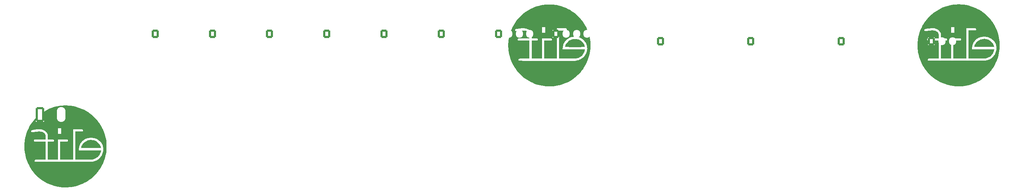
<source format=gbo>
G04 #@! TF.GenerationSoftware,KiCad,Pcbnew,7.0.2*
G04 #@! TF.CreationDate,2023-11-30T17:18:32+01:00*
G04 #@! TF.ProjectId,mhk,6d686b2e-6b69-4636-9164-5f7063625858,rev?*
G04 #@! TF.SameCoordinates,Original*
G04 #@! TF.FileFunction,Legend,Bot*
G04 #@! TF.FilePolarity,Positive*
%FSLAX46Y46*%
G04 Gerber Fmt 4.6, Leading zero omitted, Abs format (unit mm)*
G04 Created by KiCad (PCBNEW 7.0.2) date 2023-11-30 17:18:32*
%MOMM*%
%LPD*%
G01*
G04 APERTURE LIST*
G04 Aperture macros list*
%AMRoundRect*
0 Rectangle with rounded corners*
0 $1 Rounding radius*
0 $2 $3 $4 $5 $6 $7 $8 $9 X,Y pos of 4 corners*
0 Add a 4 corners polygon primitive as box body*
4,1,4,$2,$3,$4,$5,$6,$7,$8,$9,$2,$3,0*
0 Add four circle primitives for the rounded corners*
1,1,$1+$1,$2,$3*
1,1,$1+$1,$4,$5*
1,1,$1+$1,$6,$7*
1,1,$1+$1,$8,$9*
0 Add four rect primitives between the rounded corners*
20,1,$1+$1,$2,$3,$4,$5,0*
20,1,$1+$1,$4,$5,$6,$7,0*
20,1,$1+$1,$6,$7,$8,$9,0*
20,1,$1+$1,$8,$9,$2,$3,0*%
G04 Aperture macros list end*
%ADD10RoundRect,0.250000X-0.600000X-0.725000X0.600000X-0.725000X0.600000X0.725000X-0.600000X0.725000X0*%
%ADD11O,1.700000X1.950000*%
%ADD12C,3.200000*%
%ADD13RoundRect,0.249999X-1.550001X0.790001X-1.550001X-0.790001X1.550001X-0.790001X1.550001X0.790001X0*%
%ADD14O,3.600000X2.080000*%
%ADD15RoundRect,0.250000X-0.725000X0.600000X-0.725000X-0.600000X0.725000X-0.600000X0.725000X0.600000X0*%
%ADD16O,1.950000X1.700000*%
%ADD17R,1.700000X1.700000*%
%ADD18O,1.700000X1.700000*%
%ADD19RoundRect,0.249999X-0.790001X-1.550001X0.790001X-1.550001X0.790001X1.550001X-0.790001X1.550001X0*%
%ADD20O,2.080000X3.600000*%
G04 APERTURE END LIST*
G36*
X244232790Y-110471137D02*
G01*
X244451820Y-110486051D01*
X244656409Y-110516488D01*
X244851242Y-110563464D01*
X245041007Y-110627993D01*
X245230390Y-110711093D01*
X245277224Y-110734463D01*
X245490838Y-110857780D01*
X245687261Y-110999879D01*
X245865807Y-111160018D01*
X246025793Y-111337454D01*
X246166533Y-111531446D01*
X246287344Y-111741250D01*
X246387540Y-111966125D01*
X246399588Y-111999142D01*
X246419002Y-112057611D01*
X246439637Y-112124479D01*
X246459960Y-112194280D01*
X246478436Y-112261548D01*
X246493532Y-112320817D01*
X246503714Y-112366621D01*
X246507449Y-112393493D01*
X246507360Y-112393942D01*
X246503764Y-112396169D01*
X246494157Y-112398208D01*
X246477503Y-112400068D01*
X246452768Y-112401755D01*
X246418918Y-112403279D01*
X246374918Y-112404647D01*
X246319733Y-112405867D01*
X246252329Y-112406947D01*
X246171671Y-112407895D01*
X246076724Y-112408719D01*
X245966454Y-112409426D01*
X245839826Y-112410026D01*
X245695806Y-112410525D01*
X245533359Y-112410931D01*
X245351449Y-112411254D01*
X245149044Y-112411500D01*
X244925107Y-112411677D01*
X244678605Y-112411794D01*
X244408502Y-112411859D01*
X244113765Y-112411878D01*
X243900137Y-112411852D01*
X243660255Y-112411759D01*
X243428427Y-112411603D01*
X243205911Y-112411386D01*
X242993966Y-112411112D01*
X242793849Y-112410784D01*
X242606820Y-112410407D01*
X242434136Y-112409983D01*
X242277055Y-112409516D01*
X242136836Y-112409009D01*
X242014737Y-112408465D01*
X241912016Y-112407889D01*
X241829932Y-112407283D01*
X241769743Y-112406652D01*
X241732706Y-112405998D01*
X241720081Y-112405325D01*
X241723127Y-112383054D01*
X241731993Y-112341096D01*
X241745182Y-112285962D01*
X241761186Y-112223529D01*
X241778494Y-112159674D01*
X241795599Y-112100274D01*
X241810991Y-112051205D01*
X241815469Y-112037953D01*
X241904858Y-111815006D01*
X242016302Y-111605116D01*
X242149497Y-111408733D01*
X242304139Y-111226308D01*
X242479926Y-111058291D01*
X242550213Y-110999571D01*
X242746132Y-110855503D01*
X242948770Y-110735077D01*
X243159586Y-110637767D01*
X243380035Y-110563048D01*
X243611577Y-110510394D01*
X243855668Y-110479280D01*
X244113765Y-110469181D01*
X244232790Y-110471137D01*
G37*
G36*
X246910660Y-107833486D02*
G01*
X247109682Y-108285774D01*
X247285084Y-108747573D01*
X247436993Y-109219243D01*
X247565537Y-109701146D01*
X247670841Y-110193644D01*
X247753033Y-110697097D01*
X247812239Y-111211867D01*
X247817175Y-111273812D01*
X247823761Y-111389179D01*
X247828939Y-111522962D01*
X247832711Y-111670756D01*
X247835076Y-111828158D01*
X247836035Y-111990762D01*
X247835586Y-112154164D01*
X247833730Y-112313958D01*
X247830468Y-112465741D01*
X247825798Y-112605107D01*
X247819722Y-112727651D01*
X247819171Y-112735111D01*
X247812239Y-112828969D01*
X247812119Y-112830281D01*
X247752867Y-113344943D01*
X247670639Y-113848275D01*
X247565303Y-114340648D01*
X247436730Y-114822435D01*
X247284787Y-115294009D01*
X247109345Y-115755742D01*
X246910272Y-116208008D01*
X246687439Y-116651178D01*
X246440714Y-117085625D01*
X246169968Y-117511723D01*
X246119148Y-117586792D01*
X245831037Y-117985801D01*
X245522948Y-118369918D01*
X245195954Y-118738238D01*
X244851126Y-119089856D01*
X244489539Y-119423867D01*
X244112264Y-119739365D01*
X243720374Y-120035445D01*
X243314942Y-120311202D01*
X242897040Y-120565730D01*
X242467740Y-120798125D01*
X242028116Y-121007481D01*
X241982659Y-121027568D01*
X241557198Y-121203988D01*
X241133142Y-121358421D01*
X240707549Y-121491570D01*
X240277481Y-121604140D01*
X239839995Y-121696834D01*
X239392152Y-121770356D01*
X238931012Y-121825408D01*
X238453634Y-121862695D01*
X238433026Y-121863746D01*
X238363651Y-121865991D01*
X238275195Y-121867549D01*
X238172410Y-121868444D01*
X238060045Y-121868698D01*
X237942852Y-121868333D01*
X237825581Y-121867371D01*
X237712984Y-121865834D01*
X237609810Y-121863746D01*
X237520811Y-121861127D01*
X237450737Y-121858000D01*
X237200533Y-121840599D01*
X236712564Y-121788747D01*
X236230662Y-121713806D01*
X235758333Y-121616277D01*
X235423205Y-121532014D01*
X234946956Y-121390448D01*
X234481494Y-121226235D01*
X234027431Y-121040023D01*
X233585380Y-120832461D01*
X233155953Y-120604197D01*
X232739762Y-120355882D01*
X232337420Y-120088163D01*
X231949539Y-119801689D01*
X231576731Y-119497111D01*
X231219610Y-119175076D01*
X230878787Y-118836233D01*
X230554875Y-118481232D01*
X230248486Y-118110722D01*
X229960234Y-117725351D01*
X229690729Y-117325768D01*
X229440585Y-116912622D01*
X229210414Y-116486562D01*
X229000828Y-116048238D01*
X228812441Y-115598297D01*
X228645863Y-115137390D01*
X228501708Y-114666164D01*
X228380589Y-114185270D01*
X228283117Y-113695355D01*
X228253699Y-113519000D01*
X228225800Y-113334348D01*
X228202916Y-113158857D01*
X228184645Y-112987565D01*
X228170590Y-112815510D01*
X228160353Y-112637729D01*
X228153534Y-112449262D01*
X228149735Y-112245145D01*
X228148557Y-112020418D01*
X228148652Y-111932767D01*
X228149538Y-111769546D01*
X228151562Y-111625298D01*
X228154976Y-111495525D01*
X228160033Y-111375732D01*
X228166984Y-111261421D01*
X228176083Y-111148096D01*
X228187582Y-111031260D01*
X228201733Y-110906416D01*
X228218789Y-110769067D01*
X228255867Y-110508215D01*
X228344336Y-110022694D01*
X228457318Y-109540989D01*
X228594204Y-109064954D01*
X228754389Y-108596444D01*
X228869058Y-108308555D01*
X229770791Y-108308555D01*
X229772165Y-108383855D01*
X229794153Y-108453412D01*
X229834959Y-108513194D01*
X229892786Y-108559166D01*
X229965838Y-108587294D01*
X229981323Y-108590383D01*
X230005809Y-108593425D01*
X230034709Y-108594269D01*
X230071518Y-108592643D01*
X230119730Y-108588274D01*
X230182839Y-108580891D01*
X230264342Y-108570221D01*
X230367732Y-108555992D01*
X230470725Y-108541889D01*
X230758736Y-108505465D01*
X231023462Y-108476804D01*
X231265778Y-108455876D01*
X231486558Y-108442652D01*
X231686676Y-108437103D01*
X231867007Y-108439199D01*
X232028424Y-108448911D01*
X232171802Y-108466209D01*
X232298016Y-108491065D01*
X232353179Y-108505535D01*
X232524954Y-108565840D01*
X232681228Y-108645006D01*
X232820855Y-108742148D01*
X232942693Y-108856383D01*
X233045597Y-108986827D01*
X233128423Y-109132596D01*
X233134427Y-109145376D01*
X233156762Y-109195269D01*
X233175042Y-109242085D01*
X233189668Y-109289018D01*
X233201043Y-109339260D01*
X233209567Y-109396006D01*
X233215641Y-109462449D01*
X233219667Y-109541783D01*
X233222045Y-109637202D01*
X233223178Y-109751900D01*
X233223467Y-109889069D01*
X233223467Y-110332172D01*
X231916518Y-110335618D01*
X230609568Y-110339064D01*
X230547569Y-110377568D01*
X230515497Y-110400883D01*
X230466197Y-110457149D01*
X230436878Y-110522281D01*
X230427229Y-110591839D01*
X230436938Y-110661383D01*
X230465691Y-110726473D01*
X230513176Y-110782668D01*
X230579081Y-110825530D01*
X230581451Y-110826622D01*
X230591284Y-110830886D01*
X230602087Y-110834658D01*
X230615406Y-110837975D01*
X230632783Y-110840869D01*
X230655763Y-110843378D01*
X230685888Y-110845534D01*
X230724702Y-110847372D01*
X230773749Y-110848929D01*
X230834574Y-110850237D01*
X230908718Y-110851333D01*
X230997727Y-110852250D01*
X231103143Y-110853025D01*
X231226510Y-110853690D01*
X231369372Y-110854281D01*
X231533273Y-110854834D01*
X231719756Y-110855381D01*
X231930364Y-110855960D01*
X233223467Y-110859465D01*
X233223467Y-113028244D01*
X233223467Y-115197022D01*
X232033042Y-115197336D01*
X231861984Y-115197464D01*
X231651855Y-115197883D01*
X231463080Y-115198583D01*
X231296197Y-115199557D01*
X231151748Y-115200799D01*
X231030270Y-115202303D01*
X230932303Y-115204064D01*
X230858386Y-115206076D01*
X230809059Y-115208333D01*
X230784862Y-115210829D01*
X230749128Y-115221271D01*
X230678703Y-115258699D01*
X230625276Y-115312687D01*
X230591369Y-115380194D01*
X230579505Y-115458182D01*
X230586458Y-115521713D01*
X230615383Y-115591723D01*
X230666610Y-115649146D01*
X230739940Y-115693688D01*
X230743217Y-115694998D01*
X230748856Y-115696651D01*
X230756585Y-115698220D01*
X230767060Y-115699705D01*
X230780935Y-115701110D01*
X230798865Y-115702438D01*
X230821506Y-115703689D01*
X230849513Y-115704867D01*
X230883540Y-115705974D01*
X230924242Y-115707012D01*
X230972274Y-115707984D01*
X231028292Y-115708891D01*
X231092949Y-115709738D01*
X231166903Y-115710525D01*
X231250806Y-115711255D01*
X231345314Y-115711930D01*
X231451083Y-115712554D01*
X231568766Y-115713127D01*
X231699020Y-115713653D01*
X231842499Y-115714134D01*
X231999858Y-115714572D01*
X232171752Y-115714970D01*
X232358835Y-115715329D01*
X232561764Y-115715653D01*
X232781193Y-115715944D01*
X233017776Y-115716203D01*
X233272170Y-115716434D01*
X233545028Y-115716638D01*
X233837006Y-115716819D01*
X234148759Y-115716978D01*
X234480941Y-115717118D01*
X234834209Y-115717241D01*
X235209216Y-115717349D01*
X235606617Y-115717445D01*
X236027068Y-115717532D01*
X236471224Y-115717611D01*
X236939740Y-115717685D01*
X237433270Y-115717756D01*
X237600145Y-115717778D01*
X238009938Y-115717821D01*
X238413189Y-115717847D01*
X238809134Y-115717858D01*
X239197007Y-115717853D01*
X239576042Y-115717832D01*
X239945476Y-115717797D01*
X240304543Y-115717747D01*
X240652477Y-115717684D01*
X240988514Y-115717606D01*
X241311888Y-115717515D01*
X241621835Y-115717411D01*
X241917589Y-115717294D01*
X242198384Y-115717165D01*
X242463457Y-115717024D01*
X242712042Y-115716872D01*
X242943374Y-115716708D01*
X243156687Y-115716534D01*
X243351216Y-115716349D01*
X243526198Y-115716154D01*
X243680865Y-115715949D01*
X243814453Y-115715735D01*
X243926198Y-115715512D01*
X244015334Y-115715280D01*
X244081095Y-115715040D01*
X244122717Y-115714792D01*
X244139435Y-115714537D01*
X244158383Y-115713265D01*
X244450614Y-115681045D01*
X244731445Y-115625924D01*
X245000713Y-115547977D01*
X245258251Y-115447276D01*
X245503893Y-115323894D01*
X245737474Y-115177904D01*
X245958828Y-115009381D01*
X246167789Y-114818397D01*
X246205893Y-114779831D01*
X246392002Y-114572612D01*
X246553952Y-114357712D01*
X246692374Y-114133880D01*
X246807900Y-113899864D01*
X246901161Y-113654414D01*
X246972790Y-113396279D01*
X247023418Y-113124208D01*
X247024984Y-113112612D01*
X247031754Y-113040083D01*
X247036492Y-112949337D01*
X247039245Y-112845853D01*
X247040055Y-112735111D01*
X247038966Y-112622589D01*
X247036023Y-112513765D01*
X247031269Y-112414120D01*
X247024750Y-112329131D01*
X247016507Y-112264278D01*
X246986495Y-112112701D01*
X246918187Y-111863708D01*
X246828016Y-111627046D01*
X246715408Y-111401623D01*
X246579789Y-111186346D01*
X246420586Y-110980126D01*
X246237223Y-110781870D01*
X246120679Y-110671748D01*
X245910179Y-110499727D01*
X245687776Y-110350419D01*
X245453624Y-110223883D01*
X245207873Y-110120180D01*
X244950675Y-110039370D01*
X244682182Y-109981514D01*
X244402545Y-109946673D01*
X244111916Y-109934906D01*
X243849542Y-109943937D01*
X243570639Y-109975312D01*
X243303601Y-110029075D01*
X243048738Y-110105149D01*
X242806356Y-110203454D01*
X242576766Y-110323913D01*
X242541746Y-110344979D01*
X242350812Y-110474610D01*
X242166175Y-110624315D01*
X241991707Y-110790169D01*
X241831282Y-110968249D01*
X241688776Y-111154634D01*
X241568060Y-111345398D01*
X241510396Y-111452211D01*
X241420035Y-111646292D01*
X241345404Y-111846924D01*
X241285629Y-112057402D01*
X241239835Y-112281019D01*
X241207145Y-112521069D01*
X241186686Y-112780847D01*
X241178188Y-112938043D01*
X243846027Y-112941282D01*
X246513866Y-112944521D01*
X246509849Y-112983025D01*
X246509794Y-112983551D01*
X246500353Y-113047846D01*
X246484359Y-113129552D01*
X246463448Y-113221826D01*
X246439261Y-113317826D01*
X246413434Y-113410707D01*
X246387607Y-113493628D01*
X246369136Y-113546978D01*
X246272519Y-113779899D01*
X246155121Y-113998724D01*
X246017982Y-114202412D01*
X245862140Y-114389919D01*
X245688636Y-114560203D01*
X245498507Y-114712221D01*
X245292793Y-114844929D01*
X245072533Y-114957284D01*
X244838766Y-115048245D01*
X244784986Y-115065607D01*
X244635086Y-115108038D01*
X244478688Y-115143123D01*
X244306287Y-115173091D01*
X244291761Y-115174775D01*
X244260526Y-115176953D01*
X244215529Y-115178965D01*
X244155856Y-115180819D01*
X244080589Y-115182524D01*
X243988812Y-115184089D01*
X243879611Y-115185524D01*
X243752068Y-115186837D01*
X243605268Y-115188038D01*
X243438295Y-115189136D01*
X243250232Y-115190141D01*
X243040164Y-115191060D01*
X242807175Y-115191904D01*
X242550348Y-115192681D01*
X242268768Y-115193400D01*
X240333927Y-115197963D01*
X240333927Y-111815532D01*
X240333927Y-108433101D01*
X241133770Y-108433101D01*
X241226055Y-108433098D01*
X241386959Y-108433006D01*
X241525140Y-108432656D01*
X241642546Y-108431872D01*
X241741122Y-108430482D01*
X241822815Y-108428310D01*
X241889570Y-108425182D01*
X241943334Y-108420924D01*
X241986053Y-108415361D01*
X242019673Y-108408320D01*
X242046140Y-108399625D01*
X242067401Y-108389104D01*
X242085401Y-108376580D01*
X242102087Y-108361881D01*
X242119405Y-108344832D01*
X242128856Y-108334902D01*
X242171836Y-108270096D01*
X242191829Y-108198781D01*
X242188891Y-108125053D01*
X242163079Y-108053008D01*
X242114450Y-107986741D01*
X242103912Y-107975834D01*
X242091195Y-107963468D01*
X242077692Y-107952677D01*
X242061742Y-107943351D01*
X242041689Y-107935386D01*
X242015872Y-107928673D01*
X241982632Y-107923106D01*
X241940312Y-107918576D01*
X241887252Y-107914979D01*
X241821793Y-107912205D01*
X241742277Y-107910149D01*
X241647044Y-107908703D01*
X241534436Y-107907759D01*
X241402794Y-107907212D01*
X241250459Y-107906954D01*
X241075772Y-107906877D01*
X240877075Y-107906876D01*
X239807701Y-107906876D01*
X239807701Y-111551949D01*
X239807701Y-115197022D01*
X238267530Y-115197022D01*
X236727358Y-115197022D01*
X236727358Y-113028391D01*
X236727358Y-110859761D01*
X237558409Y-110856108D01*
X237713159Y-110855438D01*
X237863731Y-110854718D01*
X237992320Y-110853865D01*
X238100870Y-110852710D01*
X238191329Y-110851082D01*
X238265643Y-110848814D01*
X238325757Y-110845734D01*
X238373618Y-110841673D01*
X238411171Y-110836463D01*
X238440363Y-110829933D01*
X238463139Y-110821914D01*
X238481447Y-110812236D01*
X238497231Y-110800730D01*
X238512438Y-110787227D01*
X238529014Y-110771556D01*
X238549117Y-110750215D01*
X238585893Y-110688373D01*
X238601987Y-110620314D01*
X238598624Y-110550611D01*
X238577031Y-110483837D01*
X238538434Y-110424564D01*
X238484058Y-110377365D01*
X238415129Y-110346813D01*
X238406826Y-110345328D01*
X238374103Y-110342634D01*
X238319406Y-110340276D01*
X238242273Y-110338250D01*
X238142242Y-110336548D01*
X238018851Y-110335167D01*
X237871640Y-110334098D01*
X237700145Y-110333338D01*
X237503906Y-110332880D01*
X237282461Y-110332718D01*
X236201132Y-110332646D01*
X236201132Y-112764834D01*
X236201132Y-115197022D01*
X234975412Y-115197022D01*
X233749692Y-115197022D01*
X233749692Y-113028508D01*
X233749692Y-110859993D01*
X234388222Y-110856224D01*
X234396546Y-110856174D01*
X234540989Y-110855253D01*
X234662145Y-110854292D01*
X234762278Y-110853204D01*
X234843650Y-110851900D01*
X234908526Y-110850292D01*
X234959168Y-110848292D01*
X234997840Y-110845810D01*
X235026805Y-110842760D01*
X235048327Y-110839053D01*
X235064667Y-110834599D01*
X235078090Y-110829313D01*
X235091008Y-110823155D01*
X235158973Y-110776269D01*
X235206524Y-110715525D01*
X235232162Y-110643482D01*
X235234385Y-110562699D01*
X235234356Y-110562453D01*
X235214442Y-110485208D01*
X235174192Y-110423160D01*
X235112269Y-110374246D01*
X235052421Y-110339064D01*
X234404265Y-110332646D01*
X233756110Y-110326229D01*
X233748717Y-109800003D01*
X233746860Y-109669939D01*
X233745166Y-109562642D01*
X233743450Y-109475310D01*
X233741528Y-109405091D01*
X233739215Y-109349135D01*
X233736326Y-109304589D01*
X233732675Y-109268603D01*
X233728078Y-109238324D01*
X233722350Y-109210901D01*
X233715306Y-109183483D01*
X233706760Y-109153218D01*
X233651256Y-108997831D01*
X236213967Y-108997831D01*
X236599010Y-108997831D01*
X236984053Y-108997831D01*
X236984053Y-108317588D01*
X236984053Y-107637346D01*
X236599010Y-107637346D01*
X236213967Y-107637346D01*
X236213967Y-108317588D01*
X236213967Y-108997831D01*
X233651256Y-108997831D01*
X233641188Y-108969646D01*
X233552650Y-108794892D01*
X233443106Y-108631763D01*
X233314128Y-108481707D01*
X233167287Y-108346175D01*
X233004154Y-108226615D01*
X232826300Y-108124476D01*
X232635297Y-108041207D01*
X232432716Y-107978257D01*
X232380100Y-107965925D01*
X232208280Y-107936066D01*
X232013940Y-107916353D01*
X231797867Y-107906774D01*
X231560850Y-107907316D01*
X231303674Y-107917967D01*
X231027127Y-107938714D01*
X230731997Y-107969544D01*
X230419071Y-108010446D01*
X230389137Y-108014750D01*
X230255156Y-108034972D01*
X230143874Y-108053850D01*
X230052901Y-108072171D01*
X229979848Y-108090723D01*
X229922327Y-108110291D01*
X229877950Y-108131664D01*
X229844328Y-108155627D01*
X229819072Y-108182968D01*
X229799793Y-108214474D01*
X229791827Y-108231547D01*
X229770791Y-108308555D01*
X228869058Y-108308555D01*
X228937265Y-108137315D01*
X229142225Y-107689420D01*
X229368663Y-107254615D01*
X229611835Y-106839784D01*
X229884960Y-106422523D01*
X230177301Y-106021433D01*
X230488114Y-105637039D01*
X230816653Y-105269870D01*
X231162172Y-104920454D01*
X231523927Y-104589318D01*
X231901171Y-104276990D01*
X232293160Y-103983997D01*
X232699148Y-103710868D01*
X233118390Y-103458130D01*
X233550140Y-103226311D01*
X233993652Y-103015938D01*
X234448182Y-102827539D01*
X234912984Y-102661642D01*
X235387312Y-102518775D01*
X235870422Y-102399464D01*
X236361567Y-102304239D01*
X236453099Y-102289170D01*
X236647224Y-102259461D01*
X236830401Y-102235035D01*
X237007845Y-102215482D01*
X237184771Y-102200393D01*
X237366392Y-102189359D01*
X237557925Y-102181973D01*
X237764583Y-102177825D01*
X237991582Y-102176508D01*
X238066753Y-102176576D01*
X238237775Y-102177543D01*
X238389927Y-102179892D01*
X238528042Y-102183925D01*
X238656959Y-102189944D01*
X238781513Y-102198253D01*
X238906539Y-102209153D01*
X239036874Y-102222947D01*
X239177354Y-102239939D01*
X239332815Y-102260429D01*
X239756922Y-102327592D01*
X240241753Y-102428206D01*
X240719296Y-102552869D01*
X241188713Y-102701056D01*
X241649168Y-102872247D01*
X242099824Y-103065917D01*
X242539843Y-103281544D01*
X242968388Y-103518606D01*
X243384623Y-103776580D01*
X243787711Y-104054944D01*
X244176814Y-104353174D01*
X244551096Y-104670748D01*
X244909719Y-105007143D01*
X245251847Y-105361836D01*
X245576642Y-105734306D01*
X245883268Y-106124029D01*
X246170887Y-106530482D01*
X246441253Y-106955997D01*
X246687893Y-107390348D01*
X246812060Y-107637346D01*
X246910660Y-107833486D01*
G37*
G36*
X342234790Y-110457137D02*
G01*
X342453820Y-110472051D01*
X342658409Y-110502488D01*
X342853242Y-110549464D01*
X343043007Y-110613993D01*
X343232390Y-110697093D01*
X343279224Y-110720463D01*
X343492838Y-110843780D01*
X343689261Y-110985879D01*
X343867807Y-111146018D01*
X344027793Y-111323454D01*
X344168533Y-111517446D01*
X344289344Y-111727250D01*
X344389540Y-111952125D01*
X344401588Y-111985142D01*
X344421002Y-112043611D01*
X344441637Y-112110479D01*
X344461960Y-112180280D01*
X344480436Y-112247548D01*
X344495532Y-112306817D01*
X344505714Y-112352621D01*
X344509449Y-112379493D01*
X344509360Y-112379942D01*
X344505764Y-112382169D01*
X344496157Y-112384208D01*
X344479503Y-112386068D01*
X344454768Y-112387755D01*
X344420918Y-112389279D01*
X344376918Y-112390647D01*
X344321733Y-112391867D01*
X344254329Y-112392947D01*
X344173671Y-112393895D01*
X344078724Y-112394719D01*
X343968454Y-112395426D01*
X343841826Y-112396026D01*
X343697806Y-112396525D01*
X343535359Y-112396931D01*
X343353449Y-112397254D01*
X343151044Y-112397500D01*
X342927107Y-112397677D01*
X342680605Y-112397794D01*
X342410502Y-112397859D01*
X342115765Y-112397878D01*
X341902137Y-112397852D01*
X341662255Y-112397759D01*
X341430427Y-112397603D01*
X341207911Y-112397386D01*
X340995966Y-112397112D01*
X340795849Y-112396784D01*
X340608820Y-112396407D01*
X340436136Y-112395983D01*
X340279055Y-112395516D01*
X340138836Y-112395009D01*
X340016737Y-112394465D01*
X339914016Y-112393889D01*
X339831932Y-112393283D01*
X339771743Y-112392652D01*
X339734706Y-112391998D01*
X339722081Y-112391325D01*
X339725127Y-112369054D01*
X339733993Y-112327096D01*
X339747182Y-112271962D01*
X339763186Y-112209529D01*
X339780494Y-112145674D01*
X339797599Y-112086274D01*
X339812991Y-112037205D01*
X339817469Y-112023953D01*
X339906858Y-111801006D01*
X340018302Y-111591116D01*
X340151497Y-111394733D01*
X340306139Y-111212308D01*
X340481926Y-111044291D01*
X340552213Y-110985571D01*
X340748132Y-110841503D01*
X340950770Y-110721077D01*
X341161586Y-110623767D01*
X341382035Y-110549048D01*
X341613577Y-110496394D01*
X341857668Y-110465280D01*
X342115765Y-110455181D01*
X342234790Y-110457137D01*
G37*
G36*
X344912660Y-107819486D02*
G01*
X345111682Y-108271774D01*
X345287084Y-108733573D01*
X345438993Y-109205243D01*
X345567537Y-109687146D01*
X345672841Y-110179644D01*
X345755033Y-110683097D01*
X345814239Y-111197867D01*
X345819175Y-111259812D01*
X345825761Y-111375179D01*
X345830939Y-111508962D01*
X345834711Y-111656756D01*
X345837076Y-111814158D01*
X345838035Y-111976762D01*
X345837586Y-112140164D01*
X345835730Y-112299958D01*
X345832468Y-112451741D01*
X345827798Y-112591107D01*
X345821722Y-112713651D01*
X345821171Y-112721111D01*
X345814239Y-112814969D01*
X345814119Y-112816281D01*
X345754867Y-113330943D01*
X345672639Y-113834275D01*
X345567303Y-114326648D01*
X345438730Y-114808435D01*
X345286787Y-115280009D01*
X345111345Y-115741742D01*
X344912272Y-116194008D01*
X344689439Y-116637178D01*
X344442714Y-117071625D01*
X344171968Y-117497723D01*
X344121148Y-117572792D01*
X343833037Y-117971801D01*
X343524948Y-118355918D01*
X343197954Y-118724238D01*
X342853126Y-119075856D01*
X342491539Y-119409867D01*
X342114264Y-119725365D01*
X341722374Y-120021445D01*
X341316942Y-120297202D01*
X340899040Y-120551730D01*
X340469740Y-120784125D01*
X340030116Y-120993481D01*
X339984659Y-121013568D01*
X339559198Y-121189988D01*
X339135142Y-121344421D01*
X338709549Y-121477570D01*
X338279481Y-121590140D01*
X337841995Y-121682834D01*
X337394152Y-121756356D01*
X336933012Y-121811408D01*
X336455634Y-121848695D01*
X336435026Y-121849746D01*
X336365651Y-121851991D01*
X336277195Y-121853549D01*
X336174410Y-121854444D01*
X336062045Y-121854698D01*
X335944852Y-121854333D01*
X335827581Y-121853371D01*
X335714984Y-121851834D01*
X335611810Y-121849746D01*
X335522811Y-121847127D01*
X335452737Y-121844000D01*
X335202533Y-121826599D01*
X334714564Y-121774747D01*
X334232662Y-121699806D01*
X333760333Y-121602277D01*
X333425205Y-121518014D01*
X332948956Y-121376448D01*
X332483494Y-121212235D01*
X332029431Y-121026023D01*
X331587380Y-120818461D01*
X331157953Y-120590197D01*
X330741762Y-120341882D01*
X330339420Y-120074163D01*
X329951539Y-119787689D01*
X329578731Y-119483111D01*
X329221610Y-119161076D01*
X328880787Y-118822233D01*
X328556875Y-118467232D01*
X328250486Y-118096722D01*
X327962234Y-117711351D01*
X327692729Y-117311768D01*
X327442585Y-116898622D01*
X327212414Y-116472562D01*
X327002828Y-116034238D01*
X326814441Y-115584297D01*
X326647863Y-115123390D01*
X326503708Y-114652164D01*
X326382589Y-114171270D01*
X326285117Y-113681355D01*
X326255699Y-113505000D01*
X326227800Y-113320348D01*
X326204916Y-113144857D01*
X326186645Y-112973565D01*
X326172590Y-112801510D01*
X326162353Y-112623729D01*
X326155534Y-112435262D01*
X326151735Y-112231145D01*
X326150557Y-112006418D01*
X326150652Y-111918767D01*
X326151538Y-111755546D01*
X326153562Y-111611298D01*
X326156976Y-111481525D01*
X326162033Y-111361732D01*
X326168984Y-111247421D01*
X326178083Y-111134096D01*
X326189582Y-111017260D01*
X326203733Y-110892416D01*
X326220789Y-110755067D01*
X326257867Y-110494215D01*
X326346336Y-110008694D01*
X326459318Y-109526989D01*
X326596204Y-109050954D01*
X326756389Y-108582444D01*
X326871058Y-108294555D01*
X327772791Y-108294555D01*
X327774165Y-108369855D01*
X327796153Y-108439412D01*
X327836959Y-108499194D01*
X327894786Y-108545166D01*
X327967838Y-108573294D01*
X327983323Y-108576383D01*
X328007809Y-108579425D01*
X328036709Y-108580269D01*
X328073518Y-108578643D01*
X328121730Y-108574274D01*
X328184839Y-108566891D01*
X328266342Y-108556221D01*
X328369732Y-108541992D01*
X328472725Y-108527889D01*
X328760736Y-108491465D01*
X329025462Y-108462804D01*
X329267778Y-108441876D01*
X329488558Y-108428652D01*
X329688676Y-108423103D01*
X329869007Y-108425199D01*
X330030424Y-108434911D01*
X330173802Y-108452209D01*
X330300016Y-108477065D01*
X330355179Y-108491535D01*
X330526954Y-108551840D01*
X330683228Y-108631006D01*
X330822855Y-108728148D01*
X330944693Y-108842383D01*
X331047597Y-108972827D01*
X331130423Y-109118596D01*
X331136427Y-109131376D01*
X331158762Y-109181269D01*
X331177042Y-109228085D01*
X331191668Y-109275018D01*
X331203043Y-109325260D01*
X331211567Y-109382006D01*
X331217641Y-109448449D01*
X331221667Y-109527783D01*
X331224045Y-109623202D01*
X331225178Y-109737900D01*
X331225467Y-109875069D01*
X331225467Y-110318172D01*
X329918518Y-110321618D01*
X328611568Y-110325064D01*
X328549569Y-110363568D01*
X328517497Y-110386883D01*
X328468197Y-110443149D01*
X328438878Y-110508281D01*
X328429229Y-110577839D01*
X328438938Y-110647383D01*
X328467691Y-110712473D01*
X328515176Y-110768668D01*
X328581081Y-110811530D01*
X328583451Y-110812622D01*
X328593284Y-110816886D01*
X328604087Y-110820658D01*
X328617406Y-110823975D01*
X328634783Y-110826869D01*
X328657763Y-110829378D01*
X328687888Y-110831534D01*
X328726702Y-110833372D01*
X328775749Y-110834929D01*
X328836574Y-110836237D01*
X328910718Y-110837333D01*
X328999727Y-110838250D01*
X329105143Y-110839025D01*
X329228510Y-110839690D01*
X329371372Y-110840281D01*
X329535273Y-110840834D01*
X329721756Y-110841381D01*
X329932364Y-110841960D01*
X331225467Y-110845465D01*
X331225467Y-113014244D01*
X331225467Y-115183022D01*
X330035042Y-115183336D01*
X329863984Y-115183464D01*
X329653855Y-115183883D01*
X329465080Y-115184583D01*
X329298197Y-115185557D01*
X329153748Y-115186799D01*
X329032270Y-115188303D01*
X328934303Y-115190064D01*
X328860386Y-115192076D01*
X328811059Y-115194333D01*
X328786862Y-115196829D01*
X328751128Y-115207271D01*
X328680703Y-115244699D01*
X328627276Y-115298687D01*
X328593369Y-115366194D01*
X328581505Y-115444182D01*
X328588458Y-115507713D01*
X328617383Y-115577723D01*
X328668610Y-115635146D01*
X328741940Y-115679688D01*
X328745217Y-115680998D01*
X328750856Y-115682651D01*
X328758585Y-115684220D01*
X328769060Y-115685705D01*
X328782935Y-115687110D01*
X328800865Y-115688438D01*
X328823506Y-115689689D01*
X328851513Y-115690867D01*
X328885540Y-115691974D01*
X328926242Y-115693012D01*
X328974274Y-115693984D01*
X329030292Y-115694891D01*
X329094949Y-115695738D01*
X329168903Y-115696525D01*
X329252806Y-115697255D01*
X329347314Y-115697930D01*
X329453083Y-115698554D01*
X329570766Y-115699127D01*
X329701020Y-115699653D01*
X329844499Y-115700134D01*
X330001858Y-115700572D01*
X330173752Y-115700970D01*
X330360835Y-115701329D01*
X330563764Y-115701653D01*
X330783193Y-115701944D01*
X331019776Y-115702203D01*
X331274170Y-115702434D01*
X331547028Y-115702638D01*
X331839006Y-115702819D01*
X332150759Y-115702978D01*
X332482941Y-115703118D01*
X332836209Y-115703241D01*
X333211216Y-115703349D01*
X333608617Y-115703445D01*
X334029068Y-115703532D01*
X334473224Y-115703611D01*
X334941740Y-115703685D01*
X335435270Y-115703756D01*
X335602145Y-115703778D01*
X336011938Y-115703821D01*
X336415189Y-115703847D01*
X336811134Y-115703858D01*
X337199007Y-115703853D01*
X337578042Y-115703832D01*
X337947476Y-115703797D01*
X338306543Y-115703747D01*
X338654477Y-115703684D01*
X338990514Y-115703606D01*
X339313888Y-115703515D01*
X339623835Y-115703411D01*
X339919589Y-115703294D01*
X340200384Y-115703165D01*
X340465457Y-115703024D01*
X340714042Y-115702872D01*
X340945374Y-115702708D01*
X341158687Y-115702534D01*
X341353216Y-115702349D01*
X341528198Y-115702154D01*
X341682865Y-115701949D01*
X341816453Y-115701735D01*
X341928198Y-115701512D01*
X342017334Y-115701280D01*
X342083095Y-115701040D01*
X342124717Y-115700792D01*
X342141435Y-115700537D01*
X342160383Y-115699265D01*
X342452614Y-115667045D01*
X342733445Y-115611924D01*
X343002713Y-115533977D01*
X343260251Y-115433276D01*
X343505893Y-115309894D01*
X343739474Y-115163904D01*
X343960828Y-114995381D01*
X344169789Y-114804397D01*
X344207893Y-114765831D01*
X344394002Y-114558612D01*
X344555952Y-114343712D01*
X344694374Y-114119880D01*
X344809900Y-113885864D01*
X344903161Y-113640414D01*
X344974790Y-113382279D01*
X345025418Y-113110208D01*
X345026984Y-113098612D01*
X345033754Y-113026083D01*
X345038492Y-112935337D01*
X345041245Y-112831853D01*
X345042055Y-112721111D01*
X345040966Y-112608589D01*
X345038023Y-112499765D01*
X345033269Y-112400120D01*
X345026750Y-112315131D01*
X345018507Y-112250278D01*
X344988495Y-112098701D01*
X344920187Y-111849708D01*
X344830016Y-111613046D01*
X344717408Y-111387623D01*
X344581789Y-111172346D01*
X344422586Y-110966126D01*
X344239223Y-110767870D01*
X344122679Y-110657748D01*
X343912179Y-110485727D01*
X343689776Y-110336419D01*
X343455624Y-110209883D01*
X343209873Y-110106180D01*
X342952675Y-110025370D01*
X342684182Y-109967514D01*
X342404545Y-109932673D01*
X342113916Y-109920906D01*
X341851542Y-109929937D01*
X341572639Y-109961312D01*
X341305601Y-110015075D01*
X341050738Y-110091149D01*
X340808356Y-110189454D01*
X340578766Y-110309913D01*
X340543746Y-110330979D01*
X340352812Y-110460610D01*
X340168175Y-110610315D01*
X339993707Y-110776169D01*
X339833282Y-110954249D01*
X339690776Y-111140634D01*
X339570060Y-111331398D01*
X339512396Y-111438211D01*
X339422035Y-111632292D01*
X339347404Y-111832924D01*
X339287629Y-112043402D01*
X339241835Y-112267019D01*
X339209145Y-112507069D01*
X339188686Y-112766847D01*
X339180188Y-112924043D01*
X341848027Y-112927282D01*
X344515866Y-112930521D01*
X344511849Y-112969025D01*
X344511794Y-112969551D01*
X344502353Y-113033846D01*
X344486359Y-113115552D01*
X344465448Y-113207826D01*
X344441261Y-113303826D01*
X344415434Y-113396707D01*
X344389607Y-113479628D01*
X344371136Y-113532978D01*
X344274519Y-113765899D01*
X344157121Y-113984724D01*
X344019982Y-114188412D01*
X343864140Y-114375919D01*
X343690636Y-114546203D01*
X343500507Y-114698221D01*
X343294793Y-114830929D01*
X343074533Y-114943284D01*
X342840766Y-115034245D01*
X342786986Y-115051607D01*
X342637086Y-115094038D01*
X342480688Y-115129123D01*
X342308287Y-115159091D01*
X342293761Y-115160775D01*
X342262526Y-115162953D01*
X342217529Y-115164965D01*
X342157856Y-115166819D01*
X342082589Y-115168524D01*
X341990812Y-115170089D01*
X341881611Y-115171524D01*
X341754068Y-115172837D01*
X341607268Y-115174038D01*
X341440295Y-115175136D01*
X341252232Y-115176141D01*
X341042164Y-115177060D01*
X340809175Y-115177904D01*
X340552348Y-115178681D01*
X340270768Y-115179400D01*
X338335927Y-115183963D01*
X338335927Y-111801532D01*
X338335927Y-108419101D01*
X339135770Y-108419101D01*
X339228055Y-108419098D01*
X339388959Y-108419006D01*
X339527140Y-108418656D01*
X339644546Y-108417872D01*
X339743122Y-108416482D01*
X339824815Y-108414310D01*
X339891570Y-108411182D01*
X339945334Y-108406924D01*
X339988053Y-108401361D01*
X340021673Y-108394320D01*
X340048140Y-108385625D01*
X340069401Y-108375104D01*
X340087401Y-108362580D01*
X340104087Y-108347881D01*
X340121405Y-108330832D01*
X340130856Y-108320902D01*
X340173836Y-108256096D01*
X340193829Y-108184781D01*
X340190891Y-108111053D01*
X340165079Y-108039008D01*
X340116450Y-107972741D01*
X340105912Y-107961834D01*
X340093195Y-107949468D01*
X340079692Y-107938677D01*
X340063742Y-107929351D01*
X340043689Y-107921386D01*
X340017872Y-107914673D01*
X339984632Y-107909106D01*
X339942312Y-107904576D01*
X339889252Y-107900979D01*
X339823793Y-107898205D01*
X339744277Y-107896149D01*
X339649044Y-107894703D01*
X339536436Y-107893759D01*
X339404794Y-107893212D01*
X339252459Y-107892954D01*
X339077772Y-107892877D01*
X338879075Y-107892876D01*
X337809701Y-107892876D01*
X337809701Y-111537949D01*
X337809701Y-115183022D01*
X336269530Y-115183022D01*
X334729358Y-115183022D01*
X334729358Y-113014391D01*
X334729358Y-110845761D01*
X335560409Y-110842108D01*
X335715159Y-110841438D01*
X335865731Y-110840718D01*
X335994320Y-110839865D01*
X336102870Y-110838710D01*
X336193329Y-110837082D01*
X336267643Y-110834814D01*
X336327757Y-110831734D01*
X336375618Y-110827673D01*
X336413171Y-110822463D01*
X336442363Y-110815933D01*
X336465139Y-110807914D01*
X336483447Y-110798236D01*
X336499231Y-110786730D01*
X336514438Y-110773227D01*
X336531014Y-110757556D01*
X336551117Y-110736215D01*
X336587893Y-110674373D01*
X336603987Y-110606314D01*
X336600624Y-110536611D01*
X336579031Y-110469837D01*
X336540434Y-110410564D01*
X336486058Y-110363365D01*
X336417129Y-110332813D01*
X336408826Y-110331328D01*
X336376103Y-110328634D01*
X336321406Y-110326276D01*
X336244273Y-110324250D01*
X336144242Y-110322548D01*
X336020851Y-110321167D01*
X335873640Y-110320098D01*
X335702145Y-110319338D01*
X335505906Y-110318880D01*
X335284461Y-110318718D01*
X334203132Y-110318646D01*
X334203132Y-112750834D01*
X334203132Y-115183022D01*
X332977412Y-115183022D01*
X331751692Y-115183022D01*
X331751692Y-113014508D01*
X331751692Y-110845993D01*
X332390222Y-110842224D01*
X332398546Y-110842174D01*
X332542989Y-110841253D01*
X332664145Y-110840292D01*
X332764278Y-110839204D01*
X332845650Y-110837900D01*
X332910526Y-110836292D01*
X332961168Y-110834292D01*
X332999840Y-110831810D01*
X333028805Y-110828760D01*
X333050327Y-110825053D01*
X333066667Y-110820599D01*
X333080090Y-110815313D01*
X333093008Y-110809155D01*
X333160973Y-110762269D01*
X333208524Y-110701525D01*
X333234162Y-110629482D01*
X333236385Y-110548699D01*
X333236356Y-110548453D01*
X333216442Y-110471208D01*
X333176192Y-110409160D01*
X333114269Y-110360246D01*
X333054421Y-110325064D01*
X332406265Y-110318646D01*
X331758110Y-110312229D01*
X331750717Y-109786003D01*
X331748860Y-109655939D01*
X331747166Y-109548642D01*
X331745450Y-109461310D01*
X331743528Y-109391091D01*
X331741215Y-109335135D01*
X331738326Y-109290589D01*
X331734675Y-109254603D01*
X331730078Y-109224324D01*
X331724350Y-109196901D01*
X331717306Y-109169483D01*
X331708760Y-109139218D01*
X331653256Y-108983831D01*
X334215967Y-108983831D01*
X334601010Y-108983831D01*
X334986053Y-108983831D01*
X334986053Y-108303588D01*
X334986053Y-107623346D01*
X334601010Y-107623346D01*
X334215967Y-107623346D01*
X334215967Y-108303588D01*
X334215967Y-108983831D01*
X331653256Y-108983831D01*
X331643188Y-108955646D01*
X331554650Y-108780892D01*
X331445106Y-108617763D01*
X331316128Y-108467707D01*
X331169287Y-108332175D01*
X331006154Y-108212615D01*
X330828300Y-108110476D01*
X330637297Y-108027207D01*
X330434716Y-107964257D01*
X330382100Y-107951925D01*
X330210280Y-107922066D01*
X330015940Y-107902353D01*
X329799867Y-107892774D01*
X329562850Y-107893316D01*
X329305674Y-107903967D01*
X329029127Y-107924714D01*
X328733997Y-107955544D01*
X328421071Y-107996446D01*
X328391137Y-108000750D01*
X328257156Y-108020972D01*
X328145874Y-108039850D01*
X328054901Y-108058171D01*
X327981848Y-108076723D01*
X327924327Y-108096291D01*
X327879950Y-108117664D01*
X327846328Y-108141627D01*
X327821072Y-108168968D01*
X327801793Y-108200474D01*
X327793827Y-108217547D01*
X327772791Y-108294555D01*
X326871058Y-108294555D01*
X326939265Y-108123315D01*
X327144225Y-107675420D01*
X327370663Y-107240615D01*
X327613835Y-106825784D01*
X327886960Y-106408523D01*
X328179301Y-106007433D01*
X328490114Y-105623039D01*
X328818653Y-105255870D01*
X329164172Y-104906454D01*
X329525927Y-104575318D01*
X329903171Y-104262990D01*
X330295160Y-103969997D01*
X330701148Y-103696868D01*
X331120390Y-103444130D01*
X331552140Y-103212311D01*
X331995652Y-103001938D01*
X332450182Y-102813539D01*
X332914984Y-102647642D01*
X333389312Y-102504775D01*
X333872422Y-102385464D01*
X334363567Y-102290239D01*
X334455099Y-102275170D01*
X334649224Y-102245461D01*
X334832401Y-102221035D01*
X335009845Y-102201482D01*
X335186771Y-102186393D01*
X335368392Y-102175359D01*
X335559925Y-102167973D01*
X335766583Y-102163825D01*
X335993582Y-102162508D01*
X336068753Y-102162576D01*
X336239775Y-102163543D01*
X336391927Y-102165892D01*
X336530042Y-102169925D01*
X336658959Y-102175944D01*
X336783513Y-102184253D01*
X336908539Y-102195153D01*
X337038874Y-102208947D01*
X337179354Y-102225939D01*
X337334815Y-102246429D01*
X337758922Y-102313592D01*
X338243753Y-102414206D01*
X338721296Y-102538869D01*
X339190713Y-102687056D01*
X339651168Y-102858247D01*
X340101824Y-103051917D01*
X340541843Y-103267544D01*
X340970388Y-103504606D01*
X341386623Y-103762580D01*
X341789711Y-104040944D01*
X342178814Y-104339174D01*
X342553096Y-104656748D01*
X342911719Y-104993143D01*
X343253847Y-105347836D01*
X343578642Y-105720306D01*
X343885268Y-106110029D01*
X344172887Y-106516482D01*
X344443253Y-106941997D01*
X344689893Y-107376348D01*
X344814060Y-107623346D01*
X344912660Y-107819486D01*
G37*
G36*
X128372790Y-134753137D02*
G01*
X128591820Y-134768051D01*
X128796409Y-134798488D01*
X128991242Y-134845464D01*
X129181007Y-134909993D01*
X129370390Y-134993093D01*
X129417224Y-135016463D01*
X129630838Y-135139780D01*
X129827261Y-135281879D01*
X130005807Y-135442018D01*
X130165793Y-135619454D01*
X130306533Y-135813446D01*
X130427344Y-136023250D01*
X130527540Y-136248125D01*
X130539588Y-136281142D01*
X130559002Y-136339611D01*
X130579637Y-136406479D01*
X130599960Y-136476280D01*
X130618436Y-136543548D01*
X130633532Y-136602817D01*
X130643714Y-136648621D01*
X130647449Y-136675493D01*
X130647360Y-136675942D01*
X130643764Y-136678169D01*
X130634157Y-136680208D01*
X130617503Y-136682068D01*
X130592768Y-136683755D01*
X130558918Y-136685279D01*
X130514918Y-136686647D01*
X130459733Y-136687867D01*
X130392329Y-136688947D01*
X130311671Y-136689895D01*
X130216724Y-136690719D01*
X130106454Y-136691426D01*
X129979826Y-136692026D01*
X129835806Y-136692525D01*
X129673359Y-136692931D01*
X129491449Y-136693254D01*
X129289044Y-136693500D01*
X129065107Y-136693677D01*
X128818605Y-136693794D01*
X128548502Y-136693859D01*
X128253765Y-136693878D01*
X128040137Y-136693852D01*
X127800255Y-136693759D01*
X127568427Y-136693603D01*
X127345911Y-136693386D01*
X127133966Y-136693112D01*
X126933849Y-136692784D01*
X126746820Y-136692407D01*
X126574136Y-136691983D01*
X126417055Y-136691516D01*
X126276836Y-136691009D01*
X126154737Y-136690465D01*
X126052016Y-136689889D01*
X125969932Y-136689283D01*
X125909743Y-136688652D01*
X125872706Y-136687998D01*
X125860081Y-136687325D01*
X125863127Y-136665054D01*
X125871993Y-136623096D01*
X125885182Y-136567962D01*
X125901186Y-136505529D01*
X125918494Y-136441674D01*
X125935599Y-136382274D01*
X125950991Y-136333205D01*
X125955469Y-136319953D01*
X126044858Y-136097006D01*
X126156302Y-135887116D01*
X126289497Y-135690733D01*
X126444139Y-135508308D01*
X126619926Y-135340291D01*
X126690213Y-135281571D01*
X126886132Y-135137503D01*
X127088770Y-135017077D01*
X127299586Y-134919767D01*
X127520035Y-134845048D01*
X127751577Y-134792394D01*
X127995668Y-134761280D01*
X128253765Y-134751181D01*
X128372790Y-134753137D01*
G37*
G36*
X131050660Y-132115486D02*
G01*
X131249682Y-132567774D01*
X131425084Y-133029573D01*
X131576993Y-133501243D01*
X131705537Y-133983146D01*
X131810841Y-134475644D01*
X131893033Y-134979097D01*
X131952239Y-135493867D01*
X131957175Y-135555812D01*
X131963761Y-135671179D01*
X131968939Y-135804962D01*
X131972711Y-135952756D01*
X131975076Y-136110158D01*
X131976035Y-136272762D01*
X131975586Y-136436164D01*
X131973730Y-136595958D01*
X131970468Y-136747741D01*
X131965798Y-136887107D01*
X131959722Y-137009651D01*
X131959171Y-137017111D01*
X131952239Y-137110969D01*
X131952119Y-137112281D01*
X131892867Y-137626943D01*
X131810639Y-138130275D01*
X131705303Y-138622648D01*
X131576730Y-139104435D01*
X131424787Y-139576009D01*
X131249345Y-140037742D01*
X131050272Y-140490008D01*
X130827439Y-140933178D01*
X130580714Y-141367625D01*
X130309968Y-141793723D01*
X130259148Y-141868792D01*
X129971037Y-142267801D01*
X129662948Y-142651918D01*
X129335954Y-143020238D01*
X128991126Y-143371856D01*
X128629539Y-143705867D01*
X128252264Y-144021365D01*
X127860374Y-144317445D01*
X127454942Y-144593202D01*
X127037040Y-144847730D01*
X126607740Y-145080125D01*
X126168116Y-145289481D01*
X126122659Y-145309568D01*
X125697198Y-145485988D01*
X125273142Y-145640421D01*
X124847549Y-145773570D01*
X124417481Y-145886140D01*
X123979995Y-145978834D01*
X123532152Y-146052356D01*
X123071012Y-146107408D01*
X122593634Y-146144695D01*
X122573026Y-146145746D01*
X122503651Y-146147991D01*
X122415195Y-146149549D01*
X122312410Y-146150444D01*
X122200045Y-146150698D01*
X122082852Y-146150333D01*
X121965581Y-146149371D01*
X121852984Y-146147834D01*
X121749810Y-146145746D01*
X121660811Y-146143127D01*
X121590737Y-146140000D01*
X121340533Y-146122599D01*
X120852564Y-146070747D01*
X120370662Y-145995806D01*
X119898333Y-145898277D01*
X119563205Y-145814014D01*
X119086956Y-145672448D01*
X118621494Y-145508235D01*
X118167431Y-145322023D01*
X117725380Y-145114461D01*
X117295953Y-144886197D01*
X116879762Y-144637882D01*
X116477420Y-144370163D01*
X116089539Y-144083689D01*
X115716731Y-143779111D01*
X115359610Y-143457076D01*
X115018787Y-143118233D01*
X114694875Y-142763232D01*
X114388486Y-142392722D01*
X114100234Y-142007351D01*
X113830729Y-141607768D01*
X113580585Y-141194622D01*
X113350414Y-140768562D01*
X113140828Y-140330238D01*
X112952441Y-139880297D01*
X112785863Y-139419390D01*
X112641708Y-138948164D01*
X112520589Y-138467270D01*
X112423117Y-137977355D01*
X112393699Y-137801000D01*
X112365800Y-137616348D01*
X112342916Y-137440857D01*
X112324645Y-137269565D01*
X112310590Y-137097510D01*
X112300353Y-136919729D01*
X112293534Y-136731262D01*
X112289735Y-136527145D01*
X112288557Y-136302418D01*
X112288652Y-136214767D01*
X112289538Y-136051546D01*
X112291562Y-135907298D01*
X112294976Y-135777525D01*
X112300033Y-135657732D01*
X112306984Y-135543421D01*
X112316083Y-135430096D01*
X112327582Y-135313260D01*
X112341733Y-135188416D01*
X112358789Y-135051067D01*
X112395867Y-134790215D01*
X112484336Y-134304694D01*
X112597318Y-133822989D01*
X112734204Y-133346954D01*
X112894389Y-132878444D01*
X113009058Y-132590555D01*
X113910791Y-132590555D01*
X113912165Y-132665855D01*
X113934153Y-132735412D01*
X113974959Y-132795194D01*
X114032786Y-132841166D01*
X114105838Y-132869294D01*
X114121323Y-132872383D01*
X114145809Y-132875425D01*
X114174709Y-132876269D01*
X114211518Y-132874643D01*
X114259730Y-132870274D01*
X114322839Y-132862891D01*
X114404342Y-132852221D01*
X114507732Y-132837992D01*
X114610725Y-132823889D01*
X114898736Y-132787465D01*
X115163462Y-132758804D01*
X115405778Y-132737876D01*
X115626558Y-132724652D01*
X115826676Y-132719103D01*
X116007007Y-132721199D01*
X116168424Y-132730911D01*
X116311802Y-132748209D01*
X116438016Y-132773065D01*
X116493179Y-132787535D01*
X116664954Y-132847840D01*
X116821228Y-132927006D01*
X116960855Y-133024148D01*
X117082693Y-133138383D01*
X117185597Y-133268827D01*
X117268423Y-133414596D01*
X117274427Y-133427376D01*
X117296762Y-133477269D01*
X117315042Y-133524085D01*
X117329668Y-133571018D01*
X117341043Y-133621260D01*
X117349567Y-133678006D01*
X117355641Y-133744449D01*
X117359667Y-133823783D01*
X117362045Y-133919202D01*
X117363178Y-134033900D01*
X117363467Y-134171069D01*
X117363467Y-134614172D01*
X116056518Y-134617618D01*
X114749568Y-134621064D01*
X114687569Y-134659568D01*
X114655497Y-134682883D01*
X114606197Y-134739149D01*
X114576878Y-134804281D01*
X114567229Y-134873839D01*
X114576938Y-134943383D01*
X114605691Y-135008473D01*
X114653176Y-135064668D01*
X114719081Y-135107530D01*
X114721451Y-135108622D01*
X114731284Y-135112886D01*
X114742087Y-135116658D01*
X114755406Y-135119975D01*
X114772783Y-135122869D01*
X114795763Y-135125378D01*
X114825888Y-135127534D01*
X114864702Y-135129372D01*
X114913749Y-135130929D01*
X114974574Y-135132237D01*
X115048718Y-135133333D01*
X115137727Y-135134250D01*
X115243143Y-135135025D01*
X115366510Y-135135690D01*
X115509372Y-135136281D01*
X115673273Y-135136834D01*
X115859756Y-135137381D01*
X116070364Y-135137960D01*
X117363467Y-135141465D01*
X117363467Y-137310244D01*
X117363467Y-139479022D01*
X116173042Y-139479336D01*
X116001984Y-139479464D01*
X115791855Y-139479883D01*
X115603080Y-139480583D01*
X115436197Y-139481557D01*
X115291748Y-139482799D01*
X115170270Y-139484303D01*
X115072303Y-139486064D01*
X114998386Y-139488076D01*
X114949059Y-139490333D01*
X114924862Y-139492829D01*
X114889128Y-139503271D01*
X114818703Y-139540699D01*
X114765276Y-139594687D01*
X114731369Y-139662194D01*
X114719505Y-139740182D01*
X114726458Y-139803713D01*
X114755383Y-139873723D01*
X114806610Y-139931146D01*
X114879940Y-139975688D01*
X114883217Y-139976998D01*
X114888856Y-139978651D01*
X114896585Y-139980220D01*
X114907060Y-139981705D01*
X114920935Y-139983110D01*
X114938865Y-139984438D01*
X114961506Y-139985689D01*
X114989513Y-139986867D01*
X115023540Y-139987974D01*
X115064242Y-139989012D01*
X115112274Y-139989984D01*
X115168292Y-139990891D01*
X115232949Y-139991738D01*
X115306903Y-139992525D01*
X115390806Y-139993255D01*
X115485314Y-139993930D01*
X115591083Y-139994554D01*
X115708766Y-139995127D01*
X115839020Y-139995653D01*
X115982499Y-139996134D01*
X116139858Y-139996572D01*
X116311752Y-139996970D01*
X116498835Y-139997329D01*
X116701764Y-139997653D01*
X116921193Y-139997944D01*
X117157776Y-139998203D01*
X117412170Y-139998434D01*
X117685028Y-139998638D01*
X117977006Y-139998819D01*
X118288759Y-139998978D01*
X118620941Y-139999118D01*
X118974209Y-139999241D01*
X119349216Y-139999349D01*
X119746617Y-139999445D01*
X120167068Y-139999532D01*
X120611224Y-139999611D01*
X121079740Y-139999685D01*
X121573270Y-139999756D01*
X121740145Y-139999778D01*
X122149938Y-139999821D01*
X122553189Y-139999847D01*
X122949134Y-139999858D01*
X123337007Y-139999853D01*
X123716042Y-139999832D01*
X124085476Y-139999797D01*
X124444543Y-139999747D01*
X124792477Y-139999684D01*
X125128514Y-139999606D01*
X125451888Y-139999515D01*
X125761835Y-139999411D01*
X126057589Y-139999294D01*
X126338384Y-139999165D01*
X126603457Y-139999024D01*
X126852042Y-139998872D01*
X127083374Y-139998708D01*
X127296687Y-139998534D01*
X127491216Y-139998349D01*
X127666198Y-139998154D01*
X127820865Y-139997949D01*
X127954453Y-139997735D01*
X128066198Y-139997512D01*
X128155334Y-139997280D01*
X128221095Y-139997040D01*
X128262717Y-139996792D01*
X128279435Y-139996537D01*
X128298383Y-139995265D01*
X128590614Y-139963045D01*
X128871445Y-139907924D01*
X129140713Y-139829977D01*
X129398251Y-139729276D01*
X129643893Y-139605894D01*
X129877474Y-139459904D01*
X130098828Y-139291381D01*
X130307789Y-139100397D01*
X130345893Y-139061831D01*
X130532002Y-138854612D01*
X130693952Y-138639712D01*
X130832374Y-138415880D01*
X130947900Y-138181864D01*
X131041161Y-137936414D01*
X131112790Y-137678279D01*
X131163418Y-137406208D01*
X131164984Y-137394612D01*
X131171754Y-137322083D01*
X131176492Y-137231337D01*
X131179245Y-137127853D01*
X131180055Y-137017111D01*
X131178966Y-136904589D01*
X131176023Y-136795765D01*
X131171269Y-136696120D01*
X131164750Y-136611131D01*
X131156507Y-136546278D01*
X131126495Y-136394701D01*
X131058187Y-136145708D01*
X130968016Y-135909046D01*
X130855408Y-135683623D01*
X130719789Y-135468346D01*
X130560586Y-135262126D01*
X130377223Y-135063870D01*
X130260679Y-134953748D01*
X130050179Y-134781727D01*
X129827776Y-134632419D01*
X129593624Y-134505883D01*
X129347873Y-134402180D01*
X129090675Y-134321370D01*
X128822182Y-134263514D01*
X128542545Y-134228673D01*
X128251916Y-134216906D01*
X127989542Y-134225937D01*
X127710639Y-134257312D01*
X127443601Y-134311075D01*
X127188738Y-134387149D01*
X126946356Y-134485454D01*
X126716766Y-134605913D01*
X126681746Y-134626979D01*
X126490812Y-134756610D01*
X126306175Y-134906315D01*
X126131707Y-135072169D01*
X125971282Y-135250249D01*
X125828776Y-135436634D01*
X125708060Y-135627398D01*
X125650396Y-135734211D01*
X125560035Y-135928292D01*
X125485404Y-136128924D01*
X125425629Y-136339402D01*
X125379835Y-136563019D01*
X125347145Y-136803069D01*
X125326686Y-137062847D01*
X125318188Y-137220043D01*
X127986027Y-137223282D01*
X130653866Y-137226521D01*
X130649849Y-137265025D01*
X130649794Y-137265551D01*
X130640353Y-137329846D01*
X130624359Y-137411552D01*
X130603448Y-137503826D01*
X130579261Y-137599826D01*
X130553434Y-137692707D01*
X130527607Y-137775628D01*
X130509136Y-137828978D01*
X130412519Y-138061899D01*
X130295121Y-138280724D01*
X130157982Y-138484412D01*
X130002140Y-138671919D01*
X129828636Y-138842203D01*
X129638507Y-138994221D01*
X129432793Y-139126929D01*
X129212533Y-139239284D01*
X128978766Y-139330245D01*
X128924986Y-139347607D01*
X128775086Y-139390038D01*
X128618688Y-139425123D01*
X128446287Y-139455091D01*
X128431761Y-139456775D01*
X128400526Y-139458953D01*
X128355529Y-139460965D01*
X128295856Y-139462819D01*
X128220589Y-139464524D01*
X128128812Y-139466089D01*
X128019611Y-139467524D01*
X127892068Y-139468837D01*
X127745268Y-139470038D01*
X127578295Y-139471136D01*
X127390232Y-139472141D01*
X127180164Y-139473060D01*
X126947175Y-139473904D01*
X126690348Y-139474681D01*
X126408768Y-139475400D01*
X124473927Y-139479963D01*
X124473927Y-136097532D01*
X124473927Y-132715101D01*
X125273770Y-132715101D01*
X125366055Y-132715098D01*
X125526959Y-132715006D01*
X125665140Y-132714656D01*
X125782546Y-132713872D01*
X125881122Y-132712482D01*
X125962815Y-132710310D01*
X126029570Y-132707182D01*
X126083334Y-132702924D01*
X126126053Y-132697361D01*
X126159673Y-132690320D01*
X126186140Y-132681625D01*
X126207401Y-132671104D01*
X126225401Y-132658580D01*
X126242087Y-132643881D01*
X126259405Y-132626832D01*
X126268856Y-132616902D01*
X126311836Y-132552096D01*
X126331829Y-132480781D01*
X126328891Y-132407053D01*
X126303079Y-132335008D01*
X126254450Y-132268741D01*
X126243912Y-132257834D01*
X126231195Y-132245468D01*
X126217692Y-132234677D01*
X126201742Y-132225351D01*
X126181689Y-132217386D01*
X126155872Y-132210673D01*
X126122632Y-132205106D01*
X126080312Y-132200576D01*
X126027252Y-132196979D01*
X125961793Y-132194205D01*
X125882277Y-132192149D01*
X125787044Y-132190703D01*
X125674436Y-132189759D01*
X125542794Y-132189212D01*
X125390459Y-132188954D01*
X125215772Y-132188877D01*
X125017075Y-132188876D01*
X123947701Y-132188876D01*
X123947701Y-135833949D01*
X123947701Y-139479022D01*
X122407530Y-139479022D01*
X120867358Y-139479022D01*
X120867358Y-137310391D01*
X120867358Y-135141761D01*
X121698409Y-135138108D01*
X121853159Y-135137438D01*
X122003731Y-135136718D01*
X122132320Y-135135865D01*
X122240870Y-135134710D01*
X122331329Y-135133082D01*
X122405643Y-135130814D01*
X122465757Y-135127734D01*
X122513618Y-135123673D01*
X122551171Y-135118463D01*
X122580363Y-135111933D01*
X122603139Y-135103914D01*
X122621447Y-135094236D01*
X122637231Y-135082730D01*
X122652438Y-135069227D01*
X122669014Y-135053556D01*
X122689117Y-135032215D01*
X122725893Y-134970373D01*
X122741987Y-134902314D01*
X122738624Y-134832611D01*
X122717031Y-134765837D01*
X122678434Y-134706564D01*
X122624058Y-134659365D01*
X122555129Y-134628813D01*
X122546826Y-134627328D01*
X122514103Y-134624634D01*
X122459406Y-134622276D01*
X122382273Y-134620250D01*
X122282242Y-134618548D01*
X122158851Y-134617167D01*
X122011640Y-134616098D01*
X121840145Y-134615338D01*
X121643906Y-134614880D01*
X121422461Y-134614718D01*
X120341132Y-134614646D01*
X120341132Y-137046834D01*
X120341132Y-139479022D01*
X119115412Y-139479022D01*
X117889692Y-139479022D01*
X117889692Y-137310508D01*
X117889692Y-135141993D01*
X118528222Y-135138224D01*
X118536546Y-135138174D01*
X118680989Y-135137253D01*
X118802145Y-135136292D01*
X118902278Y-135135204D01*
X118983650Y-135133900D01*
X119048526Y-135132292D01*
X119099168Y-135130292D01*
X119137840Y-135127810D01*
X119166805Y-135124760D01*
X119188327Y-135121053D01*
X119204667Y-135116599D01*
X119218090Y-135111313D01*
X119231008Y-135105155D01*
X119298973Y-135058269D01*
X119346524Y-134997525D01*
X119372162Y-134925482D01*
X119374385Y-134844699D01*
X119374356Y-134844453D01*
X119354442Y-134767208D01*
X119314192Y-134705160D01*
X119252269Y-134656246D01*
X119192421Y-134621064D01*
X118544265Y-134614646D01*
X117896110Y-134608229D01*
X117888717Y-134082003D01*
X117886860Y-133951939D01*
X117885166Y-133844642D01*
X117883450Y-133757310D01*
X117881528Y-133687091D01*
X117879215Y-133631135D01*
X117876326Y-133586589D01*
X117872675Y-133550603D01*
X117868078Y-133520324D01*
X117862350Y-133492901D01*
X117855306Y-133465483D01*
X117846760Y-133435218D01*
X117791256Y-133279831D01*
X120353967Y-133279831D01*
X120739010Y-133279831D01*
X121124053Y-133279831D01*
X121124053Y-132599588D01*
X121124053Y-131919346D01*
X120739010Y-131919346D01*
X120353967Y-131919346D01*
X120353967Y-132599588D01*
X120353967Y-133279831D01*
X117791256Y-133279831D01*
X117781188Y-133251646D01*
X117692650Y-133076892D01*
X117583106Y-132913763D01*
X117454128Y-132763707D01*
X117307287Y-132628175D01*
X117144154Y-132508615D01*
X116966300Y-132406476D01*
X116775297Y-132323207D01*
X116572716Y-132260257D01*
X116520100Y-132247925D01*
X116348280Y-132218066D01*
X116153940Y-132198353D01*
X115937867Y-132188774D01*
X115700850Y-132189316D01*
X115443674Y-132199967D01*
X115167127Y-132220714D01*
X114871997Y-132251544D01*
X114559071Y-132292446D01*
X114529137Y-132296750D01*
X114395156Y-132316972D01*
X114283874Y-132335850D01*
X114192901Y-132354171D01*
X114119848Y-132372723D01*
X114062327Y-132392291D01*
X114017950Y-132413664D01*
X113984328Y-132437627D01*
X113959072Y-132464968D01*
X113939793Y-132496474D01*
X113931827Y-132513547D01*
X113910791Y-132590555D01*
X113009058Y-132590555D01*
X113077265Y-132419315D01*
X113282225Y-131971420D01*
X113508663Y-131536615D01*
X113751835Y-131121784D01*
X114024960Y-130704523D01*
X114317301Y-130303433D01*
X114628114Y-129919039D01*
X114956653Y-129551870D01*
X115302172Y-129202454D01*
X115663927Y-128871318D01*
X116041171Y-128558990D01*
X116433160Y-128265997D01*
X116839148Y-127992868D01*
X117258390Y-127740130D01*
X117690140Y-127508311D01*
X118133652Y-127297938D01*
X118588182Y-127109539D01*
X119052984Y-126943642D01*
X119527312Y-126800775D01*
X120010422Y-126681464D01*
X120501567Y-126586239D01*
X120593099Y-126571170D01*
X120787224Y-126541461D01*
X120970401Y-126517035D01*
X121147845Y-126497482D01*
X121324771Y-126482393D01*
X121506392Y-126471359D01*
X121697925Y-126463973D01*
X121904583Y-126459825D01*
X122131582Y-126458508D01*
X122206753Y-126458576D01*
X122377775Y-126459543D01*
X122529927Y-126461892D01*
X122668042Y-126465925D01*
X122796959Y-126471944D01*
X122921513Y-126480253D01*
X123046539Y-126491153D01*
X123176874Y-126504947D01*
X123317354Y-126521939D01*
X123472815Y-126542429D01*
X123896922Y-126609592D01*
X124381753Y-126710206D01*
X124859296Y-126834869D01*
X125328713Y-126983056D01*
X125789168Y-127154247D01*
X126239824Y-127347917D01*
X126679843Y-127563544D01*
X127108388Y-127800606D01*
X127524623Y-128058580D01*
X127927711Y-128336944D01*
X128316814Y-128635174D01*
X128691096Y-128952748D01*
X129049719Y-129289143D01*
X129391847Y-129643836D01*
X129716642Y-130016306D01*
X130023268Y-130406029D01*
X130310887Y-130812482D01*
X130581253Y-131237997D01*
X130827893Y-131672348D01*
X130952060Y-131919346D01*
X131050660Y-132115486D01*
G37*
%LPC*%
D10*
X157294285Y-109220000D03*
D11*
X159794285Y-109220000D03*
X162294285Y-109220000D03*
X164794285Y-109220000D03*
D10*
X184702855Y-109220000D03*
D11*
X187202855Y-109220000D03*
X189702855Y-109220000D03*
X192202855Y-109220000D03*
D10*
X170998570Y-109220000D03*
D11*
X173498570Y-109220000D03*
X175998570Y-109220000D03*
X178498570Y-109220000D03*
D10*
X264570000Y-111000000D03*
D11*
X267070000Y-111000000D03*
X269570000Y-111000000D03*
D12*
X244789232Y-72510000D03*
D13*
X152410000Y-74850000D03*
D14*
X152410000Y-79930000D03*
D12*
X191789232Y-72510000D03*
D15*
X64882000Y-135320000D03*
D16*
X64882000Y-137820000D03*
X64882000Y-140320000D03*
D17*
X81442000Y-107486000D03*
D18*
X81442000Y-110026000D03*
X81442000Y-112566000D03*
X81442000Y-115106000D03*
X81442000Y-117646000D03*
D10*
X329500000Y-111000000D03*
D11*
X332000000Y-111000000D03*
X334500000Y-111000000D03*
D12*
X75172000Y-70660000D03*
D19*
X74632000Y-128660000D03*
D20*
X79712000Y-128660000D03*
D10*
X143590000Y-109220000D03*
D11*
X146090000Y-109220000D03*
X148590000Y-109220000D03*
X151090000Y-109220000D03*
D17*
X99222000Y-107486000D03*
D18*
X99222000Y-110026000D03*
X99222000Y-112566000D03*
X99222000Y-115106000D03*
X99222000Y-117646000D03*
D17*
X119542000Y-107486000D03*
D18*
X119542000Y-110026000D03*
X119542000Y-112566000D03*
X119542000Y-115106000D03*
X119542000Y-117646000D03*
D17*
X76362000Y-98210000D03*
D18*
X78902000Y-98210000D03*
X81442000Y-98210000D03*
X83982000Y-98210000D03*
X86522000Y-98210000D03*
X89062000Y-98210000D03*
X91602000Y-98210000D03*
X94142000Y-98210000D03*
X96682000Y-98210000D03*
X99222000Y-98210000D03*
X101762000Y-98210000D03*
X104302000Y-98210000D03*
X106842000Y-98210000D03*
X109382000Y-98210000D03*
X111922000Y-98210000D03*
X114462000Y-98210000D03*
X117002000Y-98210000D03*
X119542000Y-98210000D03*
X122082000Y-98210000D03*
X124622000Y-98210000D03*
D13*
X66642000Y-72150000D03*
D14*
X66642000Y-77230000D03*
D19*
X116042000Y-128660000D03*
D20*
X121122000Y-128660000D03*
D17*
X287190250Y-82032000D03*
D18*
X289730250Y-82032000D03*
X292270250Y-82032000D03*
X294810250Y-82032000D03*
X297350250Y-82032000D03*
X299890250Y-82032000D03*
X302430250Y-82032000D03*
X304970250Y-82032000D03*
X307510250Y-82032000D03*
X310050250Y-82032000D03*
X312590250Y-82032000D03*
X315130250Y-82032000D03*
X317670250Y-82032000D03*
X320210250Y-82032000D03*
X322750250Y-82032000D03*
X325290250Y-82032000D03*
X327830250Y-82032000D03*
X330370250Y-82032000D03*
X332910250Y-82032000D03*
X335450250Y-82032000D03*
D17*
X86522000Y-107541000D03*
D18*
X86522000Y-110081000D03*
X86522000Y-112621000D03*
X86522000Y-115161000D03*
X86522000Y-117701000D03*
D17*
X170480000Y-99880000D03*
D18*
X173020000Y-99880000D03*
X175560000Y-99880000D03*
X178100000Y-99880000D03*
X180640000Y-99880000D03*
X183180000Y-99880000D03*
X185720000Y-99880000D03*
X188260000Y-99880000D03*
X190800000Y-99880000D03*
X193340000Y-99880000D03*
X195880000Y-99880000D03*
X198420000Y-99880000D03*
X200960000Y-99880000D03*
X203500000Y-99880000D03*
X206040000Y-99880000D03*
X208580000Y-99880000D03*
X211120000Y-99880000D03*
X213660000Y-99880000D03*
X216200000Y-99880000D03*
X218740000Y-99880000D03*
D13*
X276957750Y-74422000D03*
D14*
X276957750Y-79502000D03*
D10*
X286213334Y-111000000D03*
D11*
X288713334Y-111000000D03*
X291213334Y-111000000D03*
D10*
X225815710Y-109220000D03*
D11*
X228315710Y-109220000D03*
X230815710Y-109220000D03*
X233315710Y-109220000D03*
D12*
X341150250Y-72482000D03*
D10*
X198407140Y-109220000D03*
D11*
X200907140Y-109220000D03*
X203407140Y-109220000D03*
X205907140Y-109220000D03*
D12*
X288150250Y-72482000D03*
D10*
X307856667Y-111000000D03*
D11*
X310356667Y-111000000D03*
X312856667Y-111000000D03*
D15*
X64882000Y-109546666D03*
D16*
X64882000Y-112046666D03*
X64882000Y-114546666D03*
D19*
X88435333Y-128660000D03*
D20*
X93515333Y-128660000D03*
D15*
X64882000Y-96660000D03*
D16*
X64882000Y-99160000D03*
X64882000Y-101660000D03*
D17*
X94142000Y-107541000D03*
D18*
X94142000Y-110081000D03*
X94142000Y-112621000D03*
X94142000Y-115161000D03*
X94142000Y-117701000D03*
D17*
X170480000Y-82100000D03*
D18*
X173020000Y-82100000D03*
X175560000Y-82100000D03*
X178100000Y-82100000D03*
X180640000Y-82100000D03*
X183180000Y-82100000D03*
X185720000Y-82100000D03*
X188260000Y-82100000D03*
X190800000Y-82100000D03*
X193340000Y-82100000D03*
X195880000Y-82100000D03*
X198420000Y-82100000D03*
X200960000Y-82100000D03*
X203500000Y-82100000D03*
X206040000Y-82100000D03*
X208580000Y-82100000D03*
X211120000Y-82100000D03*
X213660000Y-82100000D03*
X216200000Y-82100000D03*
X218740000Y-82100000D03*
D17*
X106842000Y-107486000D03*
D18*
X106842000Y-110026000D03*
X106842000Y-112566000D03*
X106842000Y-115106000D03*
X106842000Y-117646000D03*
D19*
X102238666Y-128660000D03*
D20*
X107318666Y-128660000D03*
D15*
X64882000Y-122433332D03*
D16*
X64882000Y-124933332D03*
X64882000Y-127433332D03*
D17*
X111922000Y-107486000D03*
D18*
X111922000Y-110026000D03*
X111922000Y-112566000D03*
X111922000Y-115106000D03*
X111922000Y-117646000D03*
D17*
X287180250Y-99812000D03*
D18*
X289720250Y-99812000D03*
X292260250Y-99812000D03*
X294800250Y-99812000D03*
X297340250Y-99812000D03*
X299880250Y-99812000D03*
X302420250Y-99812000D03*
X304960250Y-99812000D03*
X307500250Y-99812000D03*
X310040250Y-99812000D03*
X312580250Y-99812000D03*
X315120250Y-99812000D03*
X317660250Y-99812000D03*
X320200250Y-99812000D03*
X322740250Y-99812000D03*
X325280250Y-99812000D03*
X327820250Y-99812000D03*
X330360250Y-99812000D03*
X332900250Y-99812000D03*
X335440250Y-99812000D03*
D17*
X76362000Y-80430000D03*
D18*
X78902000Y-80430000D03*
X81442000Y-80430000D03*
X83982000Y-80430000D03*
X86522000Y-80430000D03*
X89062000Y-80430000D03*
X91602000Y-80430000D03*
X94142000Y-80430000D03*
X96682000Y-80430000D03*
X99222000Y-80430000D03*
X101762000Y-80430000D03*
X104302000Y-80430000D03*
X106842000Y-80430000D03*
X109382000Y-80430000D03*
X111922000Y-80430000D03*
X114462000Y-80430000D03*
X117002000Y-80430000D03*
X119542000Y-80430000D03*
X122082000Y-80430000D03*
X124622000Y-80430000D03*
D10*
X212111425Y-109220000D03*
D11*
X214611425Y-109220000D03*
X217111425Y-109220000D03*
X219611425Y-109220000D03*
D17*
X73822000Y-107486000D03*
D18*
X73822000Y-110026000D03*
X73822000Y-112566000D03*
X73822000Y-115106000D03*
X73822000Y-117646000D03*
D12*
X128172000Y-70660000D03*
D10*
X239520000Y-109220000D03*
D11*
X242020000Y-109220000D03*
X244520000Y-109220000D03*
X247020000Y-109220000D03*
%LPD*%
M02*

</source>
